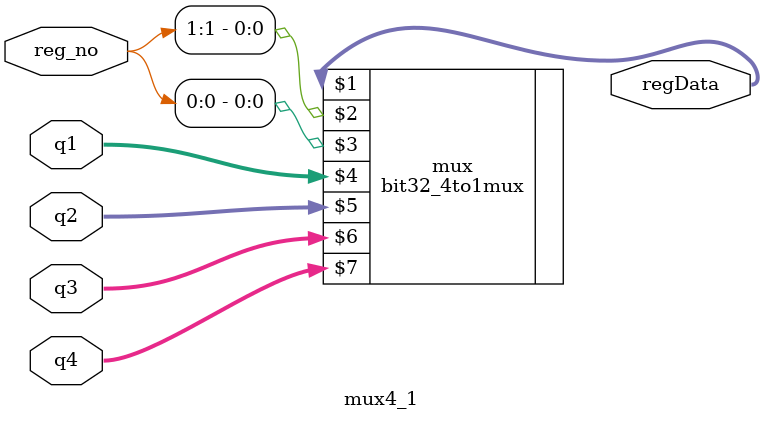
<source format=v>
`include "bit32_4to1mux.v"
module mux4_1(regData,q1,q2,q3,q4,reg_no);
	input [31:0] q1,q2,q3,q4;
	input [1:0] reg_no;
	output [31:0] regData;
	
	bit32_4to1mux mux(regData,reg_no[1],reg_no[0],q1,q2,q3,q4);

endmodule
</source>
